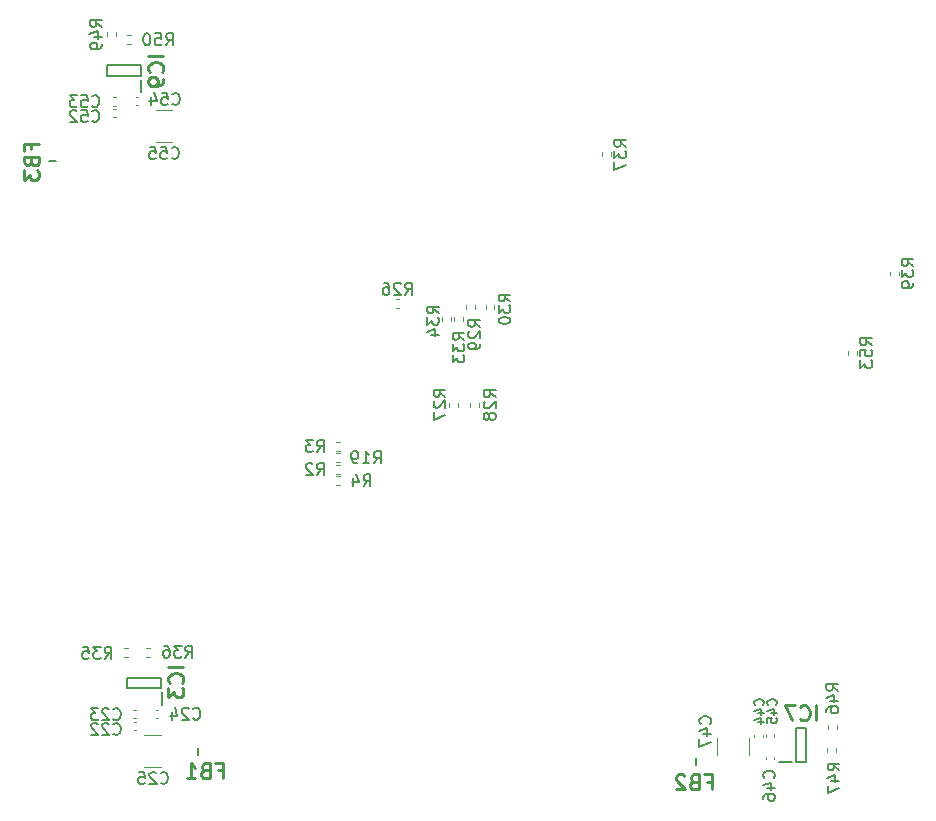
<source format=gbo>
%TF.GenerationSoftware,KiCad,Pcbnew,7.0.5*%
%TF.CreationDate,2023-07-29T13:43:45+03:00*%
%TF.ProjectId,cf33_dock,63663333-5f64-46f6-936b-2e6b69636164,rev?*%
%TF.SameCoordinates,Original*%
%TF.FileFunction,Legend,Bot*%
%TF.FilePolarity,Positive*%
%FSLAX46Y46*%
G04 Gerber Fmt 4.6, Leading zero omitted, Abs format (unit mm)*
G04 Created by KiCad (PCBNEW 7.0.5) date 2023-07-29 13:43:45*
%MOMM*%
%LPD*%
G01*
G04 APERTURE LIST*
%ADD10C,0.254000*%
%ADD11C,0.150000*%
%ADD12C,0.200000*%
%ADD13C,0.120000*%
G04 APERTURE END LIST*
D10*
X286288696Y-209629056D02*
X286288696Y-208359056D01*
X284958219Y-209508103D02*
X285018695Y-209568580D01*
X285018695Y-209568580D02*
X285200124Y-209629056D01*
X285200124Y-209629056D02*
X285321076Y-209629056D01*
X285321076Y-209629056D02*
X285502505Y-209568580D01*
X285502505Y-209568580D02*
X285623457Y-209447627D01*
X285623457Y-209447627D02*
X285683934Y-209326675D01*
X285683934Y-209326675D02*
X285744410Y-209084770D01*
X285744410Y-209084770D02*
X285744410Y-208903341D01*
X285744410Y-208903341D02*
X285683934Y-208661437D01*
X285683934Y-208661437D02*
X285623457Y-208540484D01*
X285623457Y-208540484D02*
X285502505Y-208419532D01*
X285502505Y-208419532D02*
X285321076Y-208359056D01*
X285321076Y-208359056D02*
X285200124Y-208359056D01*
X285200124Y-208359056D02*
X285018695Y-208419532D01*
X285018695Y-208419532D02*
X284958219Y-208480008D01*
X284534886Y-208359056D02*
X283688219Y-208359056D01*
X283688219Y-208359056D02*
X284232505Y-209629056D01*
D11*
X248841791Y-187859557D02*
X249175124Y-187383366D01*
X249413219Y-187859557D02*
X249413219Y-186859557D01*
X249413219Y-186859557D02*
X249032267Y-186859557D01*
X249032267Y-186859557D02*
X248937029Y-186907176D01*
X248937029Y-186907176D02*
X248889410Y-186954795D01*
X248889410Y-186954795D02*
X248841791Y-187050033D01*
X248841791Y-187050033D02*
X248841791Y-187192890D01*
X248841791Y-187192890D02*
X248889410Y-187288128D01*
X248889410Y-187288128D02*
X248937029Y-187335747D01*
X248937029Y-187335747D02*
X249032267Y-187383366D01*
X249032267Y-187383366D02*
X249413219Y-187383366D01*
X247889410Y-187859557D02*
X248460838Y-187859557D01*
X248175124Y-187859557D02*
X248175124Y-186859557D01*
X248175124Y-186859557D02*
X248270362Y-187002414D01*
X248270362Y-187002414D02*
X248365600Y-187097652D01*
X248365600Y-187097652D02*
X248460838Y-187145271D01*
X247413219Y-187859557D02*
X247222743Y-187859557D01*
X247222743Y-187859557D02*
X247127505Y-187811938D01*
X247127505Y-187811938D02*
X247079886Y-187764318D01*
X247079886Y-187764318D02*
X246984648Y-187621461D01*
X246984648Y-187621461D02*
X246937029Y-187430985D01*
X246937029Y-187430985D02*
X246937029Y-187050033D01*
X246937029Y-187050033D02*
X246984648Y-186954795D01*
X246984648Y-186954795D02*
X247032267Y-186907176D01*
X247032267Y-186907176D02*
X247127505Y-186859557D01*
X247127505Y-186859557D02*
X247317981Y-186859557D01*
X247317981Y-186859557D02*
X247413219Y-186907176D01*
X247413219Y-186907176D02*
X247460838Y-186954795D01*
X247460838Y-186954795D02*
X247508457Y-187050033D01*
X247508457Y-187050033D02*
X247508457Y-187288128D01*
X247508457Y-187288128D02*
X247460838Y-187383366D01*
X247460838Y-187383366D02*
X247413219Y-187430985D01*
X247413219Y-187430985D02*
X247317981Y-187478604D01*
X247317981Y-187478604D02*
X247127505Y-187478604D01*
X247127505Y-187478604D02*
X247032267Y-187430985D01*
X247032267Y-187430985D02*
X246984648Y-187383366D01*
X246984648Y-187383366D02*
X246937029Y-187288128D01*
X251488111Y-173584811D02*
X251821444Y-173108620D01*
X252059539Y-173584811D02*
X252059539Y-172584811D01*
X252059539Y-172584811D02*
X251678587Y-172584811D01*
X251678587Y-172584811D02*
X251583349Y-172632430D01*
X251583349Y-172632430D02*
X251535730Y-172680049D01*
X251535730Y-172680049D02*
X251488111Y-172775287D01*
X251488111Y-172775287D02*
X251488111Y-172918144D01*
X251488111Y-172918144D02*
X251535730Y-173013382D01*
X251535730Y-173013382D02*
X251583349Y-173061001D01*
X251583349Y-173061001D02*
X251678587Y-173108620D01*
X251678587Y-173108620D02*
X252059539Y-173108620D01*
X251107158Y-172680049D02*
X251059539Y-172632430D01*
X251059539Y-172632430D02*
X250964301Y-172584811D01*
X250964301Y-172584811D02*
X250726206Y-172584811D01*
X250726206Y-172584811D02*
X250630968Y-172632430D01*
X250630968Y-172632430D02*
X250583349Y-172680049D01*
X250583349Y-172680049D02*
X250535730Y-172775287D01*
X250535730Y-172775287D02*
X250535730Y-172870525D01*
X250535730Y-172870525D02*
X250583349Y-173013382D01*
X250583349Y-173013382D02*
X251154777Y-173584811D01*
X251154777Y-173584811D02*
X250535730Y-173584811D01*
X249678587Y-172584811D02*
X249869063Y-172584811D01*
X249869063Y-172584811D02*
X249964301Y-172632430D01*
X249964301Y-172632430D02*
X250011920Y-172680049D01*
X250011920Y-172680049D02*
X250107158Y-172822906D01*
X250107158Y-172822906D02*
X250154777Y-173013382D01*
X250154777Y-173013382D02*
X250154777Y-173394334D01*
X250154777Y-173394334D02*
X250107158Y-173489572D01*
X250107158Y-173489572D02*
X250059539Y-173537192D01*
X250059539Y-173537192D02*
X249964301Y-173584811D01*
X249964301Y-173584811D02*
X249773825Y-173584811D01*
X249773825Y-173584811D02*
X249678587Y-173537192D01*
X249678587Y-173537192D02*
X249630968Y-173489572D01*
X249630968Y-173489572D02*
X249583349Y-173394334D01*
X249583349Y-173394334D02*
X249583349Y-173156239D01*
X249583349Y-173156239D02*
X249630968Y-173061001D01*
X249630968Y-173061001D02*
X249678587Y-173013382D01*
X249678587Y-173013382D02*
X249773825Y-172965763D01*
X249773825Y-172965763D02*
X249964301Y-172965763D01*
X249964301Y-172965763D02*
X250059539Y-173013382D01*
X250059539Y-173013382D02*
X250107158Y-173061001D01*
X250107158Y-173061001D02*
X250154777Y-173156239D01*
X244015600Y-188859557D02*
X244348933Y-188383366D01*
X244587028Y-188859557D02*
X244587028Y-187859557D01*
X244587028Y-187859557D02*
X244206076Y-187859557D01*
X244206076Y-187859557D02*
X244110838Y-187907176D01*
X244110838Y-187907176D02*
X244063219Y-187954795D01*
X244063219Y-187954795D02*
X244015600Y-188050033D01*
X244015600Y-188050033D02*
X244015600Y-188192890D01*
X244015600Y-188192890D02*
X244063219Y-188288128D01*
X244063219Y-188288128D02*
X244110838Y-188335747D01*
X244110838Y-188335747D02*
X244206076Y-188383366D01*
X244206076Y-188383366D02*
X244587028Y-188383366D01*
X243634647Y-187954795D02*
X243587028Y-187907176D01*
X243587028Y-187907176D02*
X243491790Y-187859557D01*
X243491790Y-187859557D02*
X243253695Y-187859557D01*
X243253695Y-187859557D02*
X243158457Y-187907176D01*
X243158457Y-187907176D02*
X243110838Y-187954795D01*
X243110838Y-187954795D02*
X243063219Y-188050033D01*
X243063219Y-188050033D02*
X243063219Y-188145271D01*
X243063219Y-188145271D02*
X243110838Y-188288128D01*
X243110838Y-188288128D02*
X243682266Y-188859557D01*
X243682266Y-188859557D02*
X243063219Y-188859557D01*
X247965600Y-189809557D02*
X248298933Y-189333366D01*
X248537028Y-189809557D02*
X248537028Y-188809557D01*
X248537028Y-188809557D02*
X248156076Y-188809557D01*
X248156076Y-188809557D02*
X248060838Y-188857176D01*
X248060838Y-188857176D02*
X248013219Y-188904795D01*
X248013219Y-188904795D02*
X247965600Y-189000033D01*
X247965600Y-189000033D02*
X247965600Y-189142890D01*
X247965600Y-189142890D02*
X248013219Y-189238128D01*
X248013219Y-189238128D02*
X248060838Y-189285747D01*
X248060838Y-189285747D02*
X248156076Y-189333366D01*
X248156076Y-189333366D02*
X248537028Y-189333366D01*
X247108457Y-189142890D02*
X247108457Y-189809557D01*
X247346552Y-188761938D02*
X247584647Y-189476223D01*
X247584647Y-189476223D02*
X246965600Y-189476223D01*
X226791791Y-210764318D02*
X226839410Y-210811938D01*
X226839410Y-210811938D02*
X226982267Y-210859557D01*
X226982267Y-210859557D02*
X227077505Y-210859557D01*
X227077505Y-210859557D02*
X227220362Y-210811938D01*
X227220362Y-210811938D02*
X227315600Y-210716699D01*
X227315600Y-210716699D02*
X227363219Y-210621461D01*
X227363219Y-210621461D02*
X227410838Y-210430985D01*
X227410838Y-210430985D02*
X227410838Y-210288128D01*
X227410838Y-210288128D02*
X227363219Y-210097652D01*
X227363219Y-210097652D02*
X227315600Y-210002414D01*
X227315600Y-210002414D02*
X227220362Y-209907176D01*
X227220362Y-209907176D02*
X227077505Y-209859557D01*
X227077505Y-209859557D02*
X226982267Y-209859557D01*
X226982267Y-209859557D02*
X226839410Y-209907176D01*
X226839410Y-209907176D02*
X226791791Y-209954795D01*
X226410838Y-209954795D02*
X226363219Y-209907176D01*
X226363219Y-209907176D02*
X226267981Y-209859557D01*
X226267981Y-209859557D02*
X226029886Y-209859557D01*
X226029886Y-209859557D02*
X225934648Y-209907176D01*
X225934648Y-209907176D02*
X225887029Y-209954795D01*
X225887029Y-209954795D02*
X225839410Y-210050033D01*
X225839410Y-210050033D02*
X225839410Y-210145271D01*
X225839410Y-210145271D02*
X225887029Y-210288128D01*
X225887029Y-210288128D02*
X226458457Y-210859557D01*
X226458457Y-210859557D02*
X225839410Y-210859557D01*
X225458457Y-209954795D02*
X225410838Y-209907176D01*
X225410838Y-209907176D02*
X225315600Y-209859557D01*
X225315600Y-209859557D02*
X225077505Y-209859557D01*
X225077505Y-209859557D02*
X224982267Y-209907176D01*
X224982267Y-209907176D02*
X224934648Y-209954795D01*
X224934648Y-209954795D02*
X224887029Y-210050033D01*
X224887029Y-210050033D02*
X224887029Y-210145271D01*
X224887029Y-210145271D02*
X224934648Y-210288128D01*
X224934648Y-210288128D02*
X225506076Y-210859557D01*
X225506076Y-210859557D02*
X224887029Y-210859557D01*
X226791791Y-209514318D02*
X226839410Y-209561938D01*
X226839410Y-209561938D02*
X226982267Y-209609557D01*
X226982267Y-209609557D02*
X227077505Y-209609557D01*
X227077505Y-209609557D02*
X227220362Y-209561938D01*
X227220362Y-209561938D02*
X227315600Y-209466699D01*
X227315600Y-209466699D02*
X227363219Y-209371461D01*
X227363219Y-209371461D02*
X227410838Y-209180985D01*
X227410838Y-209180985D02*
X227410838Y-209038128D01*
X227410838Y-209038128D02*
X227363219Y-208847652D01*
X227363219Y-208847652D02*
X227315600Y-208752414D01*
X227315600Y-208752414D02*
X227220362Y-208657176D01*
X227220362Y-208657176D02*
X227077505Y-208609557D01*
X227077505Y-208609557D02*
X226982267Y-208609557D01*
X226982267Y-208609557D02*
X226839410Y-208657176D01*
X226839410Y-208657176D02*
X226791791Y-208704795D01*
X226410838Y-208704795D02*
X226363219Y-208657176D01*
X226363219Y-208657176D02*
X226267981Y-208609557D01*
X226267981Y-208609557D02*
X226029886Y-208609557D01*
X226029886Y-208609557D02*
X225934648Y-208657176D01*
X225934648Y-208657176D02*
X225887029Y-208704795D01*
X225887029Y-208704795D02*
X225839410Y-208800033D01*
X225839410Y-208800033D02*
X225839410Y-208895271D01*
X225839410Y-208895271D02*
X225887029Y-209038128D01*
X225887029Y-209038128D02*
X226458457Y-209609557D01*
X226458457Y-209609557D02*
X225839410Y-209609557D01*
X225506076Y-208609557D02*
X224887029Y-208609557D01*
X224887029Y-208609557D02*
X225220362Y-208990509D01*
X225220362Y-208990509D02*
X225077505Y-208990509D01*
X225077505Y-208990509D02*
X224982267Y-209038128D01*
X224982267Y-209038128D02*
X224934648Y-209085747D01*
X224934648Y-209085747D02*
X224887029Y-209180985D01*
X224887029Y-209180985D02*
X224887029Y-209419080D01*
X224887029Y-209419080D02*
X224934648Y-209514318D01*
X224934648Y-209514318D02*
X224982267Y-209561938D01*
X224982267Y-209561938D02*
X225077505Y-209609557D01*
X225077505Y-209609557D02*
X225363219Y-209609557D01*
X225363219Y-209609557D02*
X225458457Y-209561938D01*
X225458457Y-209561938D02*
X225506076Y-209514318D01*
X259153753Y-182261880D02*
X258677562Y-181928547D01*
X259153753Y-181690452D02*
X258153753Y-181690452D01*
X258153753Y-181690452D02*
X258153753Y-182071404D01*
X258153753Y-182071404D02*
X258201372Y-182166642D01*
X258201372Y-182166642D02*
X258248991Y-182214261D01*
X258248991Y-182214261D02*
X258344229Y-182261880D01*
X258344229Y-182261880D02*
X258487086Y-182261880D01*
X258487086Y-182261880D02*
X258582324Y-182214261D01*
X258582324Y-182214261D02*
X258629943Y-182166642D01*
X258629943Y-182166642D02*
X258677562Y-182071404D01*
X258677562Y-182071404D02*
X258677562Y-181690452D01*
X258248991Y-182642833D02*
X258201372Y-182690452D01*
X258201372Y-182690452D02*
X258153753Y-182785690D01*
X258153753Y-182785690D02*
X258153753Y-183023785D01*
X258153753Y-183023785D02*
X258201372Y-183119023D01*
X258201372Y-183119023D02*
X258248991Y-183166642D01*
X258248991Y-183166642D02*
X258344229Y-183214261D01*
X258344229Y-183214261D02*
X258439467Y-183214261D01*
X258439467Y-183214261D02*
X258582324Y-183166642D01*
X258582324Y-183166642D02*
X259153753Y-182595214D01*
X259153753Y-182595214D02*
X259153753Y-183214261D01*
X258582324Y-183785690D02*
X258534705Y-183690452D01*
X258534705Y-183690452D02*
X258487086Y-183642833D01*
X258487086Y-183642833D02*
X258391848Y-183595214D01*
X258391848Y-183595214D02*
X258344229Y-183595214D01*
X258344229Y-183595214D02*
X258248991Y-183642833D01*
X258248991Y-183642833D02*
X258201372Y-183690452D01*
X258201372Y-183690452D02*
X258153753Y-183785690D01*
X258153753Y-183785690D02*
X258153753Y-183976166D01*
X258153753Y-183976166D02*
X258201372Y-184071404D01*
X258201372Y-184071404D02*
X258248991Y-184119023D01*
X258248991Y-184119023D02*
X258344229Y-184166642D01*
X258344229Y-184166642D02*
X258391848Y-184166642D01*
X258391848Y-184166642D02*
X258487086Y-184119023D01*
X258487086Y-184119023D02*
X258534705Y-184071404D01*
X258534705Y-184071404D02*
X258582324Y-183976166D01*
X258582324Y-183976166D02*
X258582324Y-183785690D01*
X258582324Y-183785690D02*
X258629943Y-183690452D01*
X258629943Y-183690452D02*
X258677562Y-183642833D01*
X258677562Y-183642833D02*
X258772800Y-183595214D01*
X258772800Y-183595214D02*
X258963276Y-183595214D01*
X258963276Y-183595214D02*
X259058514Y-183642833D01*
X259058514Y-183642833D02*
X259106134Y-183690452D01*
X259106134Y-183690452D02*
X259153753Y-183785690D01*
X259153753Y-183785690D02*
X259153753Y-183976166D01*
X259153753Y-183976166D02*
X259106134Y-184071404D01*
X259106134Y-184071404D02*
X259058514Y-184119023D01*
X259058514Y-184119023D02*
X258963276Y-184166642D01*
X258963276Y-184166642D02*
X258772800Y-184166642D01*
X258772800Y-184166642D02*
X258677562Y-184119023D01*
X258677562Y-184119023D02*
X258629943Y-184071404D01*
X258629943Y-184071404D02*
X258582324Y-183976166D01*
X288153753Y-207111880D02*
X287677562Y-206778547D01*
X288153753Y-206540452D02*
X287153753Y-206540452D01*
X287153753Y-206540452D02*
X287153753Y-206921404D01*
X287153753Y-206921404D02*
X287201372Y-207016642D01*
X287201372Y-207016642D02*
X287248991Y-207064261D01*
X287248991Y-207064261D02*
X287344229Y-207111880D01*
X287344229Y-207111880D02*
X287487086Y-207111880D01*
X287487086Y-207111880D02*
X287582324Y-207064261D01*
X287582324Y-207064261D02*
X287629943Y-207016642D01*
X287629943Y-207016642D02*
X287677562Y-206921404D01*
X287677562Y-206921404D02*
X287677562Y-206540452D01*
X287487086Y-207969023D02*
X288153753Y-207969023D01*
X287106134Y-207730928D02*
X287820419Y-207492833D01*
X287820419Y-207492833D02*
X287820419Y-208111880D01*
X287153753Y-208921404D02*
X287153753Y-208730928D01*
X287153753Y-208730928D02*
X287201372Y-208635690D01*
X287201372Y-208635690D02*
X287248991Y-208588071D01*
X287248991Y-208588071D02*
X287391848Y-208492833D01*
X287391848Y-208492833D02*
X287582324Y-208445214D01*
X287582324Y-208445214D02*
X287963276Y-208445214D01*
X287963276Y-208445214D02*
X288058514Y-208492833D01*
X288058514Y-208492833D02*
X288106134Y-208540452D01*
X288106134Y-208540452D02*
X288153753Y-208635690D01*
X288153753Y-208635690D02*
X288153753Y-208826166D01*
X288153753Y-208826166D02*
X288106134Y-208921404D01*
X288106134Y-208921404D02*
X288058514Y-208969023D01*
X288058514Y-208969023D02*
X287963276Y-209016642D01*
X287963276Y-209016642D02*
X287725181Y-209016642D01*
X287725181Y-209016642D02*
X287629943Y-208969023D01*
X287629943Y-208969023D02*
X287582324Y-208921404D01*
X287582324Y-208921404D02*
X287534705Y-208826166D01*
X287534705Y-208826166D02*
X287534705Y-208635690D01*
X287534705Y-208635690D02*
X287582324Y-208540452D01*
X287582324Y-208540452D02*
X287629943Y-208492833D01*
X287629943Y-208492833D02*
X287725181Y-208445214D01*
X288253753Y-213861880D02*
X287777562Y-213528547D01*
X288253753Y-213290452D02*
X287253753Y-213290452D01*
X287253753Y-213290452D02*
X287253753Y-213671404D01*
X287253753Y-213671404D02*
X287301372Y-213766642D01*
X287301372Y-213766642D02*
X287348991Y-213814261D01*
X287348991Y-213814261D02*
X287444229Y-213861880D01*
X287444229Y-213861880D02*
X287587086Y-213861880D01*
X287587086Y-213861880D02*
X287682324Y-213814261D01*
X287682324Y-213814261D02*
X287729943Y-213766642D01*
X287729943Y-213766642D02*
X287777562Y-213671404D01*
X287777562Y-213671404D02*
X287777562Y-213290452D01*
X287587086Y-214719023D02*
X288253753Y-214719023D01*
X287206134Y-214480928D02*
X287920419Y-214242833D01*
X287920419Y-214242833D02*
X287920419Y-214861880D01*
X287253753Y-215147595D02*
X287253753Y-215814261D01*
X287253753Y-215814261D02*
X288253753Y-215385690D01*
X231241791Y-152459557D02*
X231575124Y-151983366D01*
X231813219Y-152459557D02*
X231813219Y-151459557D01*
X231813219Y-151459557D02*
X231432267Y-151459557D01*
X231432267Y-151459557D02*
X231337029Y-151507176D01*
X231337029Y-151507176D02*
X231289410Y-151554795D01*
X231289410Y-151554795D02*
X231241791Y-151650033D01*
X231241791Y-151650033D02*
X231241791Y-151792890D01*
X231241791Y-151792890D02*
X231289410Y-151888128D01*
X231289410Y-151888128D02*
X231337029Y-151935747D01*
X231337029Y-151935747D02*
X231432267Y-151983366D01*
X231432267Y-151983366D02*
X231813219Y-151983366D01*
X230337029Y-151459557D02*
X230813219Y-151459557D01*
X230813219Y-151459557D02*
X230860838Y-151935747D01*
X230860838Y-151935747D02*
X230813219Y-151888128D01*
X230813219Y-151888128D02*
X230717981Y-151840509D01*
X230717981Y-151840509D02*
X230479886Y-151840509D01*
X230479886Y-151840509D02*
X230384648Y-151888128D01*
X230384648Y-151888128D02*
X230337029Y-151935747D01*
X230337029Y-151935747D02*
X230289410Y-152030985D01*
X230289410Y-152030985D02*
X230289410Y-152269080D01*
X230289410Y-152269080D02*
X230337029Y-152364318D01*
X230337029Y-152364318D02*
X230384648Y-152411938D01*
X230384648Y-152411938D02*
X230479886Y-152459557D01*
X230479886Y-152459557D02*
X230717981Y-152459557D01*
X230717981Y-152459557D02*
X230813219Y-152411938D01*
X230813219Y-152411938D02*
X230860838Y-152364318D01*
X229670362Y-151459557D02*
X229575124Y-151459557D01*
X229575124Y-151459557D02*
X229479886Y-151507176D01*
X229479886Y-151507176D02*
X229432267Y-151554795D01*
X229432267Y-151554795D02*
X229384648Y-151650033D01*
X229384648Y-151650033D02*
X229337029Y-151840509D01*
X229337029Y-151840509D02*
X229337029Y-152078604D01*
X229337029Y-152078604D02*
X229384648Y-152269080D01*
X229384648Y-152269080D02*
X229432267Y-152364318D01*
X229432267Y-152364318D02*
X229479886Y-152411938D01*
X229479886Y-152411938D02*
X229575124Y-152459557D01*
X229575124Y-152459557D02*
X229670362Y-152459557D01*
X229670362Y-152459557D02*
X229765600Y-152411938D01*
X229765600Y-152411938D02*
X229813219Y-152364318D01*
X229813219Y-152364318D02*
X229860838Y-152269080D01*
X229860838Y-152269080D02*
X229908457Y-152078604D01*
X229908457Y-152078604D02*
X229908457Y-151840509D01*
X229908457Y-151840509D02*
X229860838Y-151650033D01*
X229860838Y-151650033D02*
X229813219Y-151554795D01*
X229813219Y-151554795D02*
X229765600Y-151507176D01*
X229765600Y-151507176D02*
X229670362Y-151459557D01*
X225803753Y-150911880D02*
X225327562Y-150578547D01*
X225803753Y-150340452D02*
X224803753Y-150340452D01*
X224803753Y-150340452D02*
X224803753Y-150721404D01*
X224803753Y-150721404D02*
X224851372Y-150816642D01*
X224851372Y-150816642D02*
X224898991Y-150864261D01*
X224898991Y-150864261D02*
X224994229Y-150911880D01*
X224994229Y-150911880D02*
X225137086Y-150911880D01*
X225137086Y-150911880D02*
X225232324Y-150864261D01*
X225232324Y-150864261D02*
X225279943Y-150816642D01*
X225279943Y-150816642D02*
X225327562Y-150721404D01*
X225327562Y-150721404D02*
X225327562Y-150340452D01*
X225137086Y-151769023D02*
X225803753Y-151769023D01*
X224756134Y-151530928D02*
X225470419Y-151292833D01*
X225470419Y-151292833D02*
X225470419Y-151911880D01*
X225803753Y-152340452D02*
X225803753Y-152530928D01*
X225803753Y-152530928D02*
X225756134Y-152626166D01*
X225756134Y-152626166D02*
X225708514Y-152673785D01*
X225708514Y-152673785D02*
X225565657Y-152769023D01*
X225565657Y-152769023D02*
X225375181Y-152816642D01*
X225375181Y-152816642D02*
X224994229Y-152816642D01*
X224994229Y-152816642D02*
X224898991Y-152769023D01*
X224898991Y-152769023D02*
X224851372Y-152721404D01*
X224851372Y-152721404D02*
X224803753Y-152626166D01*
X224803753Y-152626166D02*
X224803753Y-152435690D01*
X224803753Y-152435690D02*
X224851372Y-152340452D01*
X224851372Y-152340452D02*
X224898991Y-152292833D01*
X224898991Y-152292833D02*
X224994229Y-152245214D01*
X224994229Y-152245214D02*
X225232324Y-152245214D01*
X225232324Y-152245214D02*
X225327562Y-152292833D01*
X225327562Y-152292833D02*
X225375181Y-152340452D01*
X225375181Y-152340452D02*
X225422800Y-152435690D01*
X225422800Y-152435690D02*
X225422800Y-152626166D01*
X225422800Y-152626166D02*
X225375181Y-152721404D01*
X225375181Y-152721404D02*
X225327562Y-152769023D01*
X225327562Y-152769023D02*
X225232324Y-152816642D01*
X232891791Y-204309557D02*
X233225124Y-203833366D01*
X233463219Y-204309557D02*
X233463219Y-203309557D01*
X233463219Y-203309557D02*
X233082267Y-203309557D01*
X233082267Y-203309557D02*
X232987029Y-203357176D01*
X232987029Y-203357176D02*
X232939410Y-203404795D01*
X232939410Y-203404795D02*
X232891791Y-203500033D01*
X232891791Y-203500033D02*
X232891791Y-203642890D01*
X232891791Y-203642890D02*
X232939410Y-203738128D01*
X232939410Y-203738128D02*
X232987029Y-203785747D01*
X232987029Y-203785747D02*
X233082267Y-203833366D01*
X233082267Y-203833366D02*
X233463219Y-203833366D01*
X232558457Y-203309557D02*
X231939410Y-203309557D01*
X231939410Y-203309557D02*
X232272743Y-203690509D01*
X232272743Y-203690509D02*
X232129886Y-203690509D01*
X232129886Y-203690509D02*
X232034648Y-203738128D01*
X232034648Y-203738128D02*
X231987029Y-203785747D01*
X231987029Y-203785747D02*
X231939410Y-203880985D01*
X231939410Y-203880985D02*
X231939410Y-204119080D01*
X231939410Y-204119080D02*
X231987029Y-204214318D01*
X231987029Y-204214318D02*
X232034648Y-204261938D01*
X232034648Y-204261938D02*
X232129886Y-204309557D01*
X232129886Y-204309557D02*
X232415600Y-204309557D01*
X232415600Y-204309557D02*
X232510838Y-204261938D01*
X232510838Y-204261938D02*
X232558457Y-204214318D01*
X231082267Y-203309557D02*
X231272743Y-203309557D01*
X231272743Y-203309557D02*
X231367981Y-203357176D01*
X231367981Y-203357176D02*
X231415600Y-203404795D01*
X231415600Y-203404795D02*
X231510838Y-203547652D01*
X231510838Y-203547652D02*
X231558457Y-203738128D01*
X231558457Y-203738128D02*
X231558457Y-204119080D01*
X231558457Y-204119080D02*
X231510838Y-204214318D01*
X231510838Y-204214318D02*
X231463219Y-204261938D01*
X231463219Y-204261938D02*
X231367981Y-204309557D01*
X231367981Y-204309557D02*
X231177505Y-204309557D01*
X231177505Y-204309557D02*
X231082267Y-204261938D01*
X231082267Y-204261938D02*
X231034648Y-204214318D01*
X231034648Y-204214318D02*
X230987029Y-204119080D01*
X230987029Y-204119080D02*
X230987029Y-203880985D01*
X230987029Y-203880985D02*
X231034648Y-203785747D01*
X231034648Y-203785747D02*
X231082267Y-203738128D01*
X231082267Y-203738128D02*
X231177505Y-203690509D01*
X231177505Y-203690509D02*
X231367981Y-203690509D01*
X231367981Y-203690509D02*
X231463219Y-203738128D01*
X231463219Y-203738128D02*
X231510838Y-203785747D01*
X231510838Y-203785747D02*
X231558457Y-203880985D01*
X256503753Y-177411880D02*
X256027562Y-177078547D01*
X256503753Y-176840452D02*
X255503753Y-176840452D01*
X255503753Y-176840452D02*
X255503753Y-177221404D01*
X255503753Y-177221404D02*
X255551372Y-177316642D01*
X255551372Y-177316642D02*
X255598991Y-177364261D01*
X255598991Y-177364261D02*
X255694229Y-177411880D01*
X255694229Y-177411880D02*
X255837086Y-177411880D01*
X255837086Y-177411880D02*
X255932324Y-177364261D01*
X255932324Y-177364261D02*
X255979943Y-177316642D01*
X255979943Y-177316642D02*
X256027562Y-177221404D01*
X256027562Y-177221404D02*
X256027562Y-176840452D01*
X255503753Y-177745214D02*
X255503753Y-178364261D01*
X255503753Y-178364261D02*
X255884705Y-178030928D01*
X255884705Y-178030928D02*
X255884705Y-178173785D01*
X255884705Y-178173785D02*
X255932324Y-178269023D01*
X255932324Y-178269023D02*
X255979943Y-178316642D01*
X255979943Y-178316642D02*
X256075181Y-178364261D01*
X256075181Y-178364261D02*
X256313276Y-178364261D01*
X256313276Y-178364261D02*
X256408514Y-178316642D01*
X256408514Y-178316642D02*
X256456134Y-178269023D01*
X256456134Y-178269023D02*
X256503753Y-178173785D01*
X256503753Y-178173785D02*
X256503753Y-177888071D01*
X256503753Y-177888071D02*
X256456134Y-177792833D01*
X256456134Y-177792833D02*
X256408514Y-177745214D01*
X255503753Y-178697595D02*
X255503753Y-179316642D01*
X255503753Y-179316642D02*
X255884705Y-178983309D01*
X255884705Y-178983309D02*
X255884705Y-179126166D01*
X255884705Y-179126166D02*
X255932324Y-179221404D01*
X255932324Y-179221404D02*
X255979943Y-179269023D01*
X255979943Y-179269023D02*
X256075181Y-179316642D01*
X256075181Y-179316642D02*
X256313276Y-179316642D01*
X256313276Y-179316642D02*
X256408514Y-179269023D01*
X256408514Y-179269023D02*
X256456134Y-179221404D01*
X256456134Y-179221404D02*
X256503753Y-179126166D01*
X256503753Y-179126166D02*
X256503753Y-178840452D01*
X256503753Y-178840452D02*
X256456134Y-178745214D01*
X256456134Y-178745214D02*
X256408514Y-178697595D01*
X231711791Y-161984318D02*
X231759410Y-162031938D01*
X231759410Y-162031938D02*
X231902267Y-162079557D01*
X231902267Y-162079557D02*
X231997505Y-162079557D01*
X231997505Y-162079557D02*
X232140362Y-162031938D01*
X232140362Y-162031938D02*
X232235600Y-161936699D01*
X232235600Y-161936699D02*
X232283219Y-161841461D01*
X232283219Y-161841461D02*
X232330838Y-161650985D01*
X232330838Y-161650985D02*
X232330838Y-161508128D01*
X232330838Y-161508128D02*
X232283219Y-161317652D01*
X232283219Y-161317652D02*
X232235600Y-161222414D01*
X232235600Y-161222414D02*
X232140362Y-161127176D01*
X232140362Y-161127176D02*
X231997505Y-161079557D01*
X231997505Y-161079557D02*
X231902267Y-161079557D01*
X231902267Y-161079557D02*
X231759410Y-161127176D01*
X231759410Y-161127176D02*
X231711791Y-161174795D01*
X230807029Y-161079557D02*
X231283219Y-161079557D01*
X231283219Y-161079557D02*
X231330838Y-161555747D01*
X231330838Y-161555747D02*
X231283219Y-161508128D01*
X231283219Y-161508128D02*
X231187981Y-161460509D01*
X231187981Y-161460509D02*
X230949886Y-161460509D01*
X230949886Y-161460509D02*
X230854648Y-161508128D01*
X230854648Y-161508128D02*
X230807029Y-161555747D01*
X230807029Y-161555747D02*
X230759410Y-161650985D01*
X230759410Y-161650985D02*
X230759410Y-161889080D01*
X230759410Y-161889080D02*
X230807029Y-161984318D01*
X230807029Y-161984318D02*
X230854648Y-162031938D01*
X230854648Y-162031938D02*
X230949886Y-162079557D01*
X230949886Y-162079557D02*
X231187981Y-162079557D01*
X231187981Y-162079557D02*
X231283219Y-162031938D01*
X231283219Y-162031938D02*
X231330838Y-161984318D01*
X229854648Y-161079557D02*
X230330838Y-161079557D01*
X230330838Y-161079557D02*
X230378457Y-161555747D01*
X230378457Y-161555747D02*
X230330838Y-161508128D01*
X230330838Y-161508128D02*
X230235600Y-161460509D01*
X230235600Y-161460509D02*
X229997505Y-161460509D01*
X229997505Y-161460509D02*
X229902267Y-161508128D01*
X229902267Y-161508128D02*
X229854648Y-161555747D01*
X229854648Y-161555747D02*
X229807029Y-161650985D01*
X229807029Y-161650985D02*
X229807029Y-161889080D01*
X229807029Y-161889080D02*
X229854648Y-161984318D01*
X229854648Y-161984318D02*
X229902267Y-162031938D01*
X229902267Y-162031938D02*
X229997505Y-162079557D01*
X229997505Y-162079557D02*
X230235600Y-162079557D01*
X230235600Y-162079557D02*
X230330838Y-162031938D01*
X230330838Y-162031938D02*
X230378457Y-161984318D01*
X254353753Y-175165521D02*
X253877562Y-174832188D01*
X254353753Y-174594093D02*
X253353753Y-174594093D01*
X253353753Y-174594093D02*
X253353753Y-174975045D01*
X253353753Y-174975045D02*
X253401372Y-175070283D01*
X253401372Y-175070283D02*
X253448991Y-175117902D01*
X253448991Y-175117902D02*
X253544229Y-175165521D01*
X253544229Y-175165521D02*
X253687086Y-175165521D01*
X253687086Y-175165521D02*
X253782324Y-175117902D01*
X253782324Y-175117902D02*
X253829943Y-175070283D01*
X253829943Y-175070283D02*
X253877562Y-174975045D01*
X253877562Y-174975045D02*
X253877562Y-174594093D01*
X253353753Y-175498855D02*
X253353753Y-176117902D01*
X253353753Y-176117902D02*
X253734705Y-175784569D01*
X253734705Y-175784569D02*
X253734705Y-175927426D01*
X253734705Y-175927426D02*
X253782324Y-176022664D01*
X253782324Y-176022664D02*
X253829943Y-176070283D01*
X253829943Y-176070283D02*
X253925181Y-176117902D01*
X253925181Y-176117902D02*
X254163276Y-176117902D01*
X254163276Y-176117902D02*
X254258514Y-176070283D01*
X254258514Y-176070283D02*
X254306134Y-176022664D01*
X254306134Y-176022664D02*
X254353753Y-175927426D01*
X254353753Y-175927426D02*
X254353753Y-175641712D01*
X254353753Y-175641712D02*
X254306134Y-175546474D01*
X254306134Y-175546474D02*
X254258514Y-175498855D01*
X253687086Y-176975045D02*
X254353753Y-176975045D01*
X253306134Y-176736950D02*
X254020419Y-176498855D01*
X254020419Y-176498855D02*
X254020419Y-177117902D01*
X282885038Y-208340452D02*
X282923134Y-208302356D01*
X282923134Y-208302356D02*
X282961229Y-208188071D01*
X282961229Y-208188071D02*
X282961229Y-208111880D01*
X282961229Y-208111880D02*
X282923134Y-207997594D01*
X282923134Y-207997594D02*
X282846943Y-207921404D01*
X282846943Y-207921404D02*
X282770753Y-207883309D01*
X282770753Y-207883309D02*
X282618372Y-207845213D01*
X282618372Y-207845213D02*
X282504086Y-207845213D01*
X282504086Y-207845213D02*
X282351705Y-207883309D01*
X282351705Y-207883309D02*
X282275514Y-207921404D01*
X282275514Y-207921404D02*
X282199324Y-207997594D01*
X282199324Y-207997594D02*
X282161229Y-208111880D01*
X282161229Y-208111880D02*
X282161229Y-208188071D01*
X282161229Y-208188071D02*
X282199324Y-208302356D01*
X282199324Y-208302356D02*
X282237419Y-208340452D01*
X282427895Y-209026166D02*
X282961229Y-209026166D01*
X282123134Y-208835690D02*
X282694562Y-208645213D01*
X282694562Y-208645213D02*
X282694562Y-209140452D01*
X282161229Y-209826166D02*
X282161229Y-209445214D01*
X282161229Y-209445214D02*
X282542181Y-209407118D01*
X282542181Y-209407118D02*
X282504086Y-209445214D01*
X282504086Y-209445214D02*
X282465991Y-209521404D01*
X282465991Y-209521404D02*
X282465991Y-209711880D01*
X282465991Y-209711880D02*
X282504086Y-209788071D01*
X282504086Y-209788071D02*
X282542181Y-209826166D01*
X282542181Y-209826166D02*
X282618372Y-209864261D01*
X282618372Y-209864261D02*
X282808848Y-209864261D01*
X282808848Y-209864261D02*
X282885038Y-209826166D01*
X282885038Y-209826166D02*
X282923134Y-209788071D01*
X282923134Y-209788071D02*
X282961229Y-209711880D01*
X282961229Y-209711880D02*
X282961229Y-209521404D01*
X282961229Y-209521404D02*
X282923134Y-209445214D01*
X282923134Y-209445214D02*
X282885038Y-209407118D01*
X231791791Y-157414318D02*
X231839410Y-157461938D01*
X231839410Y-157461938D02*
X231982267Y-157509557D01*
X231982267Y-157509557D02*
X232077505Y-157509557D01*
X232077505Y-157509557D02*
X232220362Y-157461938D01*
X232220362Y-157461938D02*
X232315600Y-157366699D01*
X232315600Y-157366699D02*
X232363219Y-157271461D01*
X232363219Y-157271461D02*
X232410838Y-157080985D01*
X232410838Y-157080985D02*
X232410838Y-156938128D01*
X232410838Y-156938128D02*
X232363219Y-156747652D01*
X232363219Y-156747652D02*
X232315600Y-156652414D01*
X232315600Y-156652414D02*
X232220362Y-156557176D01*
X232220362Y-156557176D02*
X232077505Y-156509557D01*
X232077505Y-156509557D02*
X231982267Y-156509557D01*
X231982267Y-156509557D02*
X231839410Y-156557176D01*
X231839410Y-156557176D02*
X231791791Y-156604795D01*
X230887029Y-156509557D02*
X231363219Y-156509557D01*
X231363219Y-156509557D02*
X231410838Y-156985747D01*
X231410838Y-156985747D02*
X231363219Y-156938128D01*
X231363219Y-156938128D02*
X231267981Y-156890509D01*
X231267981Y-156890509D02*
X231029886Y-156890509D01*
X231029886Y-156890509D02*
X230934648Y-156938128D01*
X230934648Y-156938128D02*
X230887029Y-156985747D01*
X230887029Y-156985747D02*
X230839410Y-157080985D01*
X230839410Y-157080985D02*
X230839410Y-157319080D01*
X230839410Y-157319080D02*
X230887029Y-157414318D01*
X230887029Y-157414318D02*
X230934648Y-157461938D01*
X230934648Y-157461938D02*
X231029886Y-157509557D01*
X231029886Y-157509557D02*
X231267981Y-157509557D01*
X231267981Y-157509557D02*
X231363219Y-157461938D01*
X231363219Y-157461938D02*
X231410838Y-157414318D01*
X229982267Y-156842890D02*
X229982267Y-157509557D01*
X230220362Y-156461938D02*
X230458457Y-157176223D01*
X230458457Y-157176223D02*
X229839410Y-157176223D01*
D10*
X232723252Y-205114975D02*
X231453252Y-205114975D01*
X232602299Y-206445452D02*
X232662776Y-206384976D01*
X232662776Y-206384976D02*
X232723252Y-206203547D01*
X232723252Y-206203547D02*
X232723252Y-206082595D01*
X232723252Y-206082595D02*
X232662776Y-205901166D01*
X232662776Y-205901166D02*
X232541823Y-205780214D01*
X232541823Y-205780214D02*
X232420871Y-205719737D01*
X232420871Y-205719737D02*
X232178966Y-205659261D01*
X232178966Y-205659261D02*
X231997537Y-205659261D01*
X231997537Y-205659261D02*
X231755633Y-205719737D01*
X231755633Y-205719737D02*
X231634680Y-205780214D01*
X231634680Y-205780214D02*
X231513728Y-205901166D01*
X231513728Y-205901166D02*
X231453252Y-206082595D01*
X231453252Y-206082595D02*
X231453252Y-206203547D01*
X231453252Y-206203547D02*
X231513728Y-206384976D01*
X231513728Y-206384976D02*
X231574204Y-206445452D01*
X231453252Y-206868785D02*
X231453252Y-207654976D01*
X231453252Y-207654976D02*
X231937061Y-207231642D01*
X231937061Y-207231642D02*
X231937061Y-207413071D01*
X231937061Y-207413071D02*
X231997537Y-207534023D01*
X231997537Y-207534023D02*
X232058014Y-207594499D01*
X232058014Y-207594499D02*
X232178966Y-207654976D01*
X232178966Y-207654976D02*
X232481347Y-207654976D01*
X232481347Y-207654976D02*
X232602299Y-207594499D01*
X232602299Y-207594499D02*
X232662776Y-207534023D01*
X232662776Y-207534023D02*
X232723252Y-207413071D01*
X232723252Y-207413071D02*
X232723252Y-207050214D01*
X232723252Y-207050214D02*
X232662776Y-206929261D01*
X232662776Y-206929261D02*
X232602299Y-206868785D01*
X235607266Y-213863818D02*
X236030600Y-213863818D01*
X236030600Y-214529056D02*
X236030600Y-213259056D01*
X236030600Y-213259056D02*
X235425838Y-213259056D01*
X234518695Y-213863818D02*
X234337267Y-213924294D01*
X234337267Y-213924294D02*
X234276790Y-213984770D01*
X234276790Y-213984770D02*
X234216314Y-214105722D01*
X234216314Y-214105722D02*
X234216314Y-214287151D01*
X234216314Y-214287151D02*
X234276790Y-214408103D01*
X234276790Y-214408103D02*
X234337267Y-214468580D01*
X234337267Y-214468580D02*
X234458219Y-214529056D01*
X234458219Y-214529056D02*
X234942029Y-214529056D01*
X234942029Y-214529056D02*
X234942029Y-213259056D01*
X234942029Y-213259056D02*
X234518695Y-213259056D01*
X234518695Y-213259056D02*
X234397743Y-213319532D01*
X234397743Y-213319532D02*
X234337267Y-213380008D01*
X234337267Y-213380008D02*
X234276790Y-213500960D01*
X234276790Y-213500960D02*
X234276790Y-213621913D01*
X234276790Y-213621913D02*
X234337267Y-213742865D01*
X234337267Y-213742865D02*
X234397743Y-213803341D01*
X234397743Y-213803341D02*
X234518695Y-213863818D01*
X234518695Y-213863818D02*
X234942029Y-213863818D01*
X233006790Y-214529056D02*
X233732505Y-214529056D01*
X233369648Y-214529056D02*
X233369648Y-213259056D01*
X233369648Y-213259056D02*
X233490600Y-213440484D01*
X233490600Y-213440484D02*
X233611552Y-213561437D01*
X233611552Y-213561437D02*
X233732505Y-213621913D01*
X277007266Y-214813818D02*
X277430600Y-214813818D01*
X277430600Y-215479056D02*
X277430600Y-214209056D01*
X277430600Y-214209056D02*
X276825838Y-214209056D01*
X275918695Y-214813818D02*
X275737267Y-214874294D01*
X275737267Y-214874294D02*
X275676790Y-214934770D01*
X275676790Y-214934770D02*
X275616314Y-215055722D01*
X275616314Y-215055722D02*
X275616314Y-215237151D01*
X275616314Y-215237151D02*
X275676790Y-215358103D01*
X275676790Y-215358103D02*
X275737267Y-215418580D01*
X275737267Y-215418580D02*
X275858219Y-215479056D01*
X275858219Y-215479056D02*
X276342029Y-215479056D01*
X276342029Y-215479056D02*
X276342029Y-214209056D01*
X276342029Y-214209056D02*
X275918695Y-214209056D01*
X275918695Y-214209056D02*
X275797743Y-214269532D01*
X275797743Y-214269532D02*
X275737267Y-214330008D01*
X275737267Y-214330008D02*
X275676790Y-214450960D01*
X275676790Y-214450960D02*
X275676790Y-214571913D01*
X275676790Y-214571913D02*
X275737267Y-214692865D01*
X275737267Y-214692865D02*
X275797743Y-214753341D01*
X275797743Y-214753341D02*
X275918695Y-214813818D01*
X275918695Y-214813818D02*
X276342029Y-214813818D01*
X275132505Y-214330008D02*
X275072029Y-214269532D01*
X275072029Y-214269532D02*
X274951076Y-214209056D01*
X274951076Y-214209056D02*
X274648695Y-214209056D01*
X274648695Y-214209056D02*
X274527743Y-214269532D01*
X274527743Y-214269532D02*
X274467267Y-214330008D01*
X274467267Y-214330008D02*
X274406790Y-214450960D01*
X274406790Y-214450960D02*
X274406790Y-214571913D01*
X274406790Y-214571913D02*
X274467267Y-214753341D01*
X274467267Y-214753341D02*
X275192981Y-215479056D01*
X275192981Y-215479056D02*
X274406790Y-215479056D01*
D11*
X233541791Y-209464318D02*
X233589410Y-209511938D01*
X233589410Y-209511938D02*
X233732267Y-209559557D01*
X233732267Y-209559557D02*
X233827505Y-209559557D01*
X233827505Y-209559557D02*
X233970362Y-209511938D01*
X233970362Y-209511938D02*
X234065600Y-209416699D01*
X234065600Y-209416699D02*
X234113219Y-209321461D01*
X234113219Y-209321461D02*
X234160838Y-209130985D01*
X234160838Y-209130985D02*
X234160838Y-208988128D01*
X234160838Y-208988128D02*
X234113219Y-208797652D01*
X234113219Y-208797652D02*
X234065600Y-208702414D01*
X234065600Y-208702414D02*
X233970362Y-208607176D01*
X233970362Y-208607176D02*
X233827505Y-208559557D01*
X233827505Y-208559557D02*
X233732267Y-208559557D01*
X233732267Y-208559557D02*
X233589410Y-208607176D01*
X233589410Y-208607176D02*
X233541791Y-208654795D01*
X233160838Y-208654795D02*
X233113219Y-208607176D01*
X233113219Y-208607176D02*
X233017981Y-208559557D01*
X233017981Y-208559557D02*
X232779886Y-208559557D01*
X232779886Y-208559557D02*
X232684648Y-208607176D01*
X232684648Y-208607176D02*
X232637029Y-208654795D01*
X232637029Y-208654795D02*
X232589410Y-208750033D01*
X232589410Y-208750033D02*
X232589410Y-208845271D01*
X232589410Y-208845271D02*
X232637029Y-208988128D01*
X232637029Y-208988128D02*
X233208457Y-209559557D01*
X233208457Y-209559557D02*
X232589410Y-209559557D01*
X231732267Y-208892890D02*
X231732267Y-209559557D01*
X231970362Y-208511938D02*
X232208457Y-209226223D01*
X232208457Y-209226223D02*
X231589410Y-209226223D01*
X254903753Y-182211880D02*
X254427562Y-181878547D01*
X254903753Y-181640452D02*
X253903753Y-181640452D01*
X253903753Y-181640452D02*
X253903753Y-182021404D01*
X253903753Y-182021404D02*
X253951372Y-182116642D01*
X253951372Y-182116642D02*
X253998991Y-182164261D01*
X253998991Y-182164261D02*
X254094229Y-182211880D01*
X254094229Y-182211880D02*
X254237086Y-182211880D01*
X254237086Y-182211880D02*
X254332324Y-182164261D01*
X254332324Y-182164261D02*
X254379943Y-182116642D01*
X254379943Y-182116642D02*
X254427562Y-182021404D01*
X254427562Y-182021404D02*
X254427562Y-181640452D01*
X253998991Y-182592833D02*
X253951372Y-182640452D01*
X253951372Y-182640452D02*
X253903753Y-182735690D01*
X253903753Y-182735690D02*
X253903753Y-182973785D01*
X253903753Y-182973785D02*
X253951372Y-183069023D01*
X253951372Y-183069023D02*
X253998991Y-183116642D01*
X253998991Y-183116642D02*
X254094229Y-183164261D01*
X254094229Y-183164261D02*
X254189467Y-183164261D01*
X254189467Y-183164261D02*
X254332324Y-183116642D01*
X254332324Y-183116642D02*
X254903753Y-182545214D01*
X254903753Y-182545214D02*
X254903753Y-183164261D01*
X253903753Y-183497595D02*
X253903753Y-184164261D01*
X253903753Y-184164261D02*
X254903753Y-183735690D01*
X224991791Y-158864318D02*
X225039410Y-158911938D01*
X225039410Y-158911938D02*
X225182267Y-158959557D01*
X225182267Y-158959557D02*
X225277505Y-158959557D01*
X225277505Y-158959557D02*
X225420362Y-158911938D01*
X225420362Y-158911938D02*
X225515600Y-158816699D01*
X225515600Y-158816699D02*
X225563219Y-158721461D01*
X225563219Y-158721461D02*
X225610838Y-158530985D01*
X225610838Y-158530985D02*
X225610838Y-158388128D01*
X225610838Y-158388128D02*
X225563219Y-158197652D01*
X225563219Y-158197652D02*
X225515600Y-158102414D01*
X225515600Y-158102414D02*
X225420362Y-158007176D01*
X225420362Y-158007176D02*
X225277505Y-157959557D01*
X225277505Y-157959557D02*
X225182267Y-157959557D01*
X225182267Y-157959557D02*
X225039410Y-158007176D01*
X225039410Y-158007176D02*
X224991791Y-158054795D01*
X224087029Y-157959557D02*
X224563219Y-157959557D01*
X224563219Y-157959557D02*
X224610838Y-158435747D01*
X224610838Y-158435747D02*
X224563219Y-158388128D01*
X224563219Y-158388128D02*
X224467981Y-158340509D01*
X224467981Y-158340509D02*
X224229886Y-158340509D01*
X224229886Y-158340509D02*
X224134648Y-158388128D01*
X224134648Y-158388128D02*
X224087029Y-158435747D01*
X224087029Y-158435747D02*
X224039410Y-158530985D01*
X224039410Y-158530985D02*
X224039410Y-158769080D01*
X224039410Y-158769080D02*
X224087029Y-158864318D01*
X224087029Y-158864318D02*
X224134648Y-158911938D01*
X224134648Y-158911938D02*
X224229886Y-158959557D01*
X224229886Y-158959557D02*
X224467981Y-158959557D01*
X224467981Y-158959557D02*
X224563219Y-158911938D01*
X224563219Y-158911938D02*
X224610838Y-158864318D01*
X223658457Y-158054795D02*
X223610838Y-158007176D01*
X223610838Y-158007176D02*
X223515600Y-157959557D01*
X223515600Y-157959557D02*
X223277505Y-157959557D01*
X223277505Y-157959557D02*
X223182267Y-158007176D01*
X223182267Y-158007176D02*
X223134648Y-158054795D01*
X223134648Y-158054795D02*
X223087029Y-158150033D01*
X223087029Y-158150033D02*
X223087029Y-158245271D01*
X223087029Y-158245271D02*
X223134648Y-158388128D01*
X223134648Y-158388128D02*
X223706076Y-158959557D01*
X223706076Y-158959557D02*
X223087029Y-158959557D01*
X282708514Y-214511880D02*
X282756134Y-214464261D01*
X282756134Y-214464261D02*
X282803753Y-214321404D01*
X282803753Y-214321404D02*
X282803753Y-214226166D01*
X282803753Y-214226166D02*
X282756134Y-214083309D01*
X282756134Y-214083309D02*
X282660895Y-213988071D01*
X282660895Y-213988071D02*
X282565657Y-213940452D01*
X282565657Y-213940452D02*
X282375181Y-213892833D01*
X282375181Y-213892833D02*
X282232324Y-213892833D01*
X282232324Y-213892833D02*
X282041848Y-213940452D01*
X282041848Y-213940452D02*
X281946610Y-213988071D01*
X281946610Y-213988071D02*
X281851372Y-214083309D01*
X281851372Y-214083309D02*
X281803753Y-214226166D01*
X281803753Y-214226166D02*
X281803753Y-214321404D01*
X281803753Y-214321404D02*
X281851372Y-214464261D01*
X281851372Y-214464261D02*
X281898991Y-214511880D01*
X282137086Y-215369023D02*
X282803753Y-215369023D01*
X281756134Y-215130928D02*
X282470419Y-214892833D01*
X282470419Y-214892833D02*
X282470419Y-215511880D01*
X281803753Y-216321404D02*
X281803753Y-216130928D01*
X281803753Y-216130928D02*
X281851372Y-216035690D01*
X281851372Y-216035690D02*
X281898991Y-215988071D01*
X281898991Y-215988071D02*
X282041848Y-215892833D01*
X282041848Y-215892833D02*
X282232324Y-215845214D01*
X282232324Y-215845214D02*
X282613276Y-215845214D01*
X282613276Y-215845214D02*
X282708514Y-215892833D01*
X282708514Y-215892833D02*
X282756134Y-215940452D01*
X282756134Y-215940452D02*
X282803753Y-216035690D01*
X282803753Y-216035690D02*
X282803753Y-216226166D01*
X282803753Y-216226166D02*
X282756134Y-216321404D01*
X282756134Y-216321404D02*
X282708514Y-216369023D01*
X282708514Y-216369023D02*
X282613276Y-216416642D01*
X282613276Y-216416642D02*
X282375181Y-216416642D01*
X282375181Y-216416642D02*
X282279943Y-216369023D01*
X282279943Y-216369023D02*
X282232324Y-216321404D01*
X282232324Y-216321404D02*
X282184705Y-216226166D01*
X282184705Y-216226166D02*
X282184705Y-216035690D01*
X282184705Y-216035690D02*
X282232324Y-215940452D01*
X282232324Y-215940452D02*
X282279943Y-215892833D01*
X282279943Y-215892833D02*
X282375181Y-215845214D01*
D10*
X231023252Y-153364975D02*
X229753252Y-153364975D01*
X230902299Y-154695452D02*
X230962776Y-154634976D01*
X230962776Y-154634976D02*
X231023252Y-154453547D01*
X231023252Y-154453547D02*
X231023252Y-154332595D01*
X231023252Y-154332595D02*
X230962776Y-154151166D01*
X230962776Y-154151166D02*
X230841823Y-154030214D01*
X230841823Y-154030214D02*
X230720871Y-153969737D01*
X230720871Y-153969737D02*
X230478966Y-153909261D01*
X230478966Y-153909261D02*
X230297537Y-153909261D01*
X230297537Y-153909261D02*
X230055633Y-153969737D01*
X230055633Y-153969737D02*
X229934680Y-154030214D01*
X229934680Y-154030214D02*
X229813728Y-154151166D01*
X229813728Y-154151166D02*
X229753252Y-154332595D01*
X229753252Y-154332595D02*
X229753252Y-154453547D01*
X229753252Y-154453547D02*
X229813728Y-154634976D01*
X229813728Y-154634976D02*
X229874204Y-154695452D01*
X231023252Y-155300214D02*
X231023252Y-155542118D01*
X231023252Y-155542118D02*
X230962776Y-155663071D01*
X230962776Y-155663071D02*
X230902299Y-155723547D01*
X230902299Y-155723547D02*
X230720871Y-155844499D01*
X230720871Y-155844499D02*
X230478966Y-155904976D01*
X230478966Y-155904976D02*
X229995156Y-155904976D01*
X229995156Y-155904976D02*
X229874204Y-155844499D01*
X229874204Y-155844499D02*
X229813728Y-155784023D01*
X229813728Y-155784023D02*
X229753252Y-155663071D01*
X229753252Y-155663071D02*
X229753252Y-155421166D01*
X229753252Y-155421166D02*
X229813728Y-155300214D01*
X229813728Y-155300214D02*
X229874204Y-155239737D01*
X229874204Y-155239737D02*
X229995156Y-155179261D01*
X229995156Y-155179261D02*
X230297537Y-155179261D01*
X230297537Y-155179261D02*
X230418490Y-155239737D01*
X230418490Y-155239737D02*
X230478966Y-155300214D01*
X230478966Y-155300214D02*
X230539442Y-155421166D01*
X230539442Y-155421166D02*
X230539442Y-155663071D01*
X230539442Y-155663071D02*
X230478966Y-155784023D01*
X230478966Y-155784023D02*
X230418490Y-155844499D01*
X230418490Y-155844499D02*
X230297537Y-155904976D01*
D11*
X277308514Y-209911880D02*
X277356134Y-209864261D01*
X277356134Y-209864261D02*
X277403753Y-209721404D01*
X277403753Y-209721404D02*
X277403753Y-209626166D01*
X277403753Y-209626166D02*
X277356134Y-209483309D01*
X277356134Y-209483309D02*
X277260895Y-209388071D01*
X277260895Y-209388071D02*
X277165657Y-209340452D01*
X277165657Y-209340452D02*
X276975181Y-209292833D01*
X276975181Y-209292833D02*
X276832324Y-209292833D01*
X276832324Y-209292833D02*
X276641848Y-209340452D01*
X276641848Y-209340452D02*
X276546610Y-209388071D01*
X276546610Y-209388071D02*
X276451372Y-209483309D01*
X276451372Y-209483309D02*
X276403753Y-209626166D01*
X276403753Y-209626166D02*
X276403753Y-209721404D01*
X276403753Y-209721404D02*
X276451372Y-209864261D01*
X276451372Y-209864261D02*
X276498991Y-209911880D01*
X276737086Y-210769023D02*
X277403753Y-210769023D01*
X276356134Y-210530928D02*
X277070419Y-210292833D01*
X277070419Y-210292833D02*
X277070419Y-210911880D01*
X276403753Y-211197595D02*
X276403753Y-211864261D01*
X276403753Y-211864261D02*
X277403753Y-211435690D01*
X244015600Y-186909557D02*
X244348933Y-186433366D01*
X244587028Y-186909557D02*
X244587028Y-185909557D01*
X244587028Y-185909557D02*
X244206076Y-185909557D01*
X244206076Y-185909557D02*
X244110838Y-185957176D01*
X244110838Y-185957176D02*
X244063219Y-186004795D01*
X244063219Y-186004795D02*
X244015600Y-186100033D01*
X244015600Y-186100033D02*
X244015600Y-186242890D01*
X244015600Y-186242890D02*
X244063219Y-186338128D01*
X244063219Y-186338128D02*
X244110838Y-186385747D01*
X244110838Y-186385747D02*
X244206076Y-186433366D01*
X244206076Y-186433366D02*
X244587028Y-186433366D01*
X243682266Y-185909557D02*
X243063219Y-185909557D01*
X243063219Y-185909557D02*
X243396552Y-186290509D01*
X243396552Y-186290509D02*
X243253695Y-186290509D01*
X243253695Y-186290509D02*
X243158457Y-186338128D01*
X243158457Y-186338128D02*
X243110838Y-186385747D01*
X243110838Y-186385747D02*
X243063219Y-186480985D01*
X243063219Y-186480985D02*
X243063219Y-186719080D01*
X243063219Y-186719080D02*
X243110838Y-186814318D01*
X243110838Y-186814318D02*
X243158457Y-186861938D01*
X243158457Y-186861938D02*
X243253695Y-186909557D01*
X243253695Y-186909557D02*
X243539409Y-186909557D01*
X243539409Y-186909557D02*
X243634647Y-186861938D01*
X243634647Y-186861938D02*
X243682266Y-186814318D01*
X230791791Y-214914318D02*
X230839410Y-214961938D01*
X230839410Y-214961938D02*
X230982267Y-215009557D01*
X230982267Y-215009557D02*
X231077505Y-215009557D01*
X231077505Y-215009557D02*
X231220362Y-214961938D01*
X231220362Y-214961938D02*
X231315600Y-214866699D01*
X231315600Y-214866699D02*
X231363219Y-214771461D01*
X231363219Y-214771461D02*
X231410838Y-214580985D01*
X231410838Y-214580985D02*
X231410838Y-214438128D01*
X231410838Y-214438128D02*
X231363219Y-214247652D01*
X231363219Y-214247652D02*
X231315600Y-214152414D01*
X231315600Y-214152414D02*
X231220362Y-214057176D01*
X231220362Y-214057176D02*
X231077505Y-214009557D01*
X231077505Y-214009557D02*
X230982267Y-214009557D01*
X230982267Y-214009557D02*
X230839410Y-214057176D01*
X230839410Y-214057176D02*
X230791791Y-214104795D01*
X230410838Y-214104795D02*
X230363219Y-214057176D01*
X230363219Y-214057176D02*
X230267981Y-214009557D01*
X230267981Y-214009557D02*
X230029886Y-214009557D01*
X230029886Y-214009557D02*
X229934648Y-214057176D01*
X229934648Y-214057176D02*
X229887029Y-214104795D01*
X229887029Y-214104795D02*
X229839410Y-214200033D01*
X229839410Y-214200033D02*
X229839410Y-214295271D01*
X229839410Y-214295271D02*
X229887029Y-214438128D01*
X229887029Y-214438128D02*
X230458457Y-215009557D01*
X230458457Y-215009557D02*
X229839410Y-215009557D01*
X228934648Y-214009557D02*
X229410838Y-214009557D01*
X229410838Y-214009557D02*
X229458457Y-214485747D01*
X229458457Y-214485747D02*
X229410838Y-214438128D01*
X229410838Y-214438128D02*
X229315600Y-214390509D01*
X229315600Y-214390509D02*
X229077505Y-214390509D01*
X229077505Y-214390509D02*
X228982267Y-214438128D01*
X228982267Y-214438128D02*
X228934648Y-214485747D01*
X228934648Y-214485747D02*
X228887029Y-214580985D01*
X228887029Y-214580985D02*
X228887029Y-214819080D01*
X228887029Y-214819080D02*
X228934648Y-214914318D01*
X228934648Y-214914318D02*
X228982267Y-214961938D01*
X228982267Y-214961938D02*
X229077505Y-215009557D01*
X229077505Y-215009557D02*
X229315600Y-215009557D01*
X229315600Y-215009557D02*
X229410838Y-214961938D01*
X229410838Y-214961938D02*
X229458457Y-214914318D01*
X281785038Y-208340452D02*
X281823134Y-208302356D01*
X281823134Y-208302356D02*
X281861229Y-208188071D01*
X281861229Y-208188071D02*
X281861229Y-208111880D01*
X281861229Y-208111880D02*
X281823134Y-207997594D01*
X281823134Y-207997594D02*
X281746943Y-207921404D01*
X281746943Y-207921404D02*
X281670753Y-207883309D01*
X281670753Y-207883309D02*
X281518372Y-207845213D01*
X281518372Y-207845213D02*
X281404086Y-207845213D01*
X281404086Y-207845213D02*
X281251705Y-207883309D01*
X281251705Y-207883309D02*
X281175514Y-207921404D01*
X281175514Y-207921404D02*
X281099324Y-207997594D01*
X281099324Y-207997594D02*
X281061229Y-208111880D01*
X281061229Y-208111880D02*
X281061229Y-208188071D01*
X281061229Y-208188071D02*
X281099324Y-208302356D01*
X281099324Y-208302356D02*
X281137419Y-208340452D01*
X281327895Y-209026166D02*
X281861229Y-209026166D01*
X281023134Y-208835690D02*
X281594562Y-208645213D01*
X281594562Y-208645213D02*
X281594562Y-209140452D01*
X281327895Y-209788071D02*
X281861229Y-209788071D01*
X281023134Y-209597595D02*
X281594562Y-209407118D01*
X281594562Y-209407118D02*
X281594562Y-209902357D01*
X270203753Y-161051880D02*
X269727562Y-160718547D01*
X270203753Y-160480452D02*
X269203753Y-160480452D01*
X269203753Y-160480452D02*
X269203753Y-160861404D01*
X269203753Y-160861404D02*
X269251372Y-160956642D01*
X269251372Y-160956642D02*
X269298991Y-161004261D01*
X269298991Y-161004261D02*
X269394229Y-161051880D01*
X269394229Y-161051880D02*
X269537086Y-161051880D01*
X269537086Y-161051880D02*
X269632324Y-161004261D01*
X269632324Y-161004261D02*
X269679943Y-160956642D01*
X269679943Y-160956642D02*
X269727562Y-160861404D01*
X269727562Y-160861404D02*
X269727562Y-160480452D01*
X269203753Y-161385214D02*
X269203753Y-162004261D01*
X269203753Y-162004261D02*
X269584705Y-161670928D01*
X269584705Y-161670928D02*
X269584705Y-161813785D01*
X269584705Y-161813785D02*
X269632324Y-161909023D01*
X269632324Y-161909023D02*
X269679943Y-161956642D01*
X269679943Y-161956642D02*
X269775181Y-162004261D01*
X269775181Y-162004261D02*
X270013276Y-162004261D01*
X270013276Y-162004261D02*
X270108514Y-161956642D01*
X270108514Y-161956642D02*
X270156134Y-161909023D01*
X270156134Y-161909023D02*
X270203753Y-161813785D01*
X270203753Y-161813785D02*
X270203753Y-161528071D01*
X270203753Y-161528071D02*
X270156134Y-161432833D01*
X270156134Y-161432833D02*
X270108514Y-161385214D01*
X269203753Y-162337595D02*
X269203753Y-163004261D01*
X269203753Y-163004261D02*
X270203753Y-162575690D01*
X294523753Y-171136880D02*
X294047562Y-170803547D01*
X294523753Y-170565452D02*
X293523753Y-170565452D01*
X293523753Y-170565452D02*
X293523753Y-170946404D01*
X293523753Y-170946404D02*
X293571372Y-171041642D01*
X293571372Y-171041642D02*
X293618991Y-171089261D01*
X293618991Y-171089261D02*
X293714229Y-171136880D01*
X293714229Y-171136880D02*
X293857086Y-171136880D01*
X293857086Y-171136880D02*
X293952324Y-171089261D01*
X293952324Y-171089261D02*
X293999943Y-171041642D01*
X293999943Y-171041642D02*
X294047562Y-170946404D01*
X294047562Y-170946404D02*
X294047562Y-170565452D01*
X293523753Y-171470214D02*
X293523753Y-172089261D01*
X293523753Y-172089261D02*
X293904705Y-171755928D01*
X293904705Y-171755928D02*
X293904705Y-171898785D01*
X293904705Y-171898785D02*
X293952324Y-171994023D01*
X293952324Y-171994023D02*
X293999943Y-172041642D01*
X293999943Y-172041642D02*
X294095181Y-172089261D01*
X294095181Y-172089261D02*
X294333276Y-172089261D01*
X294333276Y-172089261D02*
X294428514Y-172041642D01*
X294428514Y-172041642D02*
X294476134Y-171994023D01*
X294476134Y-171994023D02*
X294523753Y-171898785D01*
X294523753Y-171898785D02*
X294523753Y-171613071D01*
X294523753Y-171613071D02*
X294476134Y-171517833D01*
X294476134Y-171517833D02*
X294428514Y-171470214D01*
X294523753Y-172565452D02*
X294523753Y-172755928D01*
X294523753Y-172755928D02*
X294476134Y-172851166D01*
X294476134Y-172851166D02*
X294428514Y-172898785D01*
X294428514Y-172898785D02*
X294285657Y-172994023D01*
X294285657Y-172994023D02*
X294095181Y-173041642D01*
X294095181Y-173041642D02*
X293714229Y-173041642D01*
X293714229Y-173041642D02*
X293618991Y-172994023D01*
X293618991Y-172994023D02*
X293571372Y-172946404D01*
X293571372Y-172946404D02*
X293523753Y-172851166D01*
X293523753Y-172851166D02*
X293523753Y-172660690D01*
X293523753Y-172660690D02*
X293571372Y-172565452D01*
X293571372Y-172565452D02*
X293618991Y-172517833D01*
X293618991Y-172517833D02*
X293714229Y-172470214D01*
X293714229Y-172470214D02*
X293952324Y-172470214D01*
X293952324Y-172470214D02*
X294047562Y-172517833D01*
X294047562Y-172517833D02*
X294095181Y-172565452D01*
X294095181Y-172565452D02*
X294142800Y-172660690D01*
X294142800Y-172660690D02*
X294142800Y-172851166D01*
X294142800Y-172851166D02*
X294095181Y-172946404D01*
X294095181Y-172946404D02*
X294047562Y-172994023D01*
X294047562Y-172994023D02*
X293952324Y-173041642D01*
D10*
X219808014Y-161246405D02*
X219808014Y-160823071D01*
X220473252Y-160823071D02*
X219203252Y-160823071D01*
X219203252Y-160823071D02*
X219203252Y-161427833D01*
X219808014Y-162334976D02*
X219868490Y-162516404D01*
X219868490Y-162516404D02*
X219928966Y-162576881D01*
X219928966Y-162576881D02*
X220049918Y-162637357D01*
X220049918Y-162637357D02*
X220231347Y-162637357D01*
X220231347Y-162637357D02*
X220352299Y-162576881D01*
X220352299Y-162576881D02*
X220412776Y-162516404D01*
X220412776Y-162516404D02*
X220473252Y-162395452D01*
X220473252Y-162395452D02*
X220473252Y-161911642D01*
X220473252Y-161911642D02*
X219203252Y-161911642D01*
X219203252Y-161911642D02*
X219203252Y-162334976D01*
X219203252Y-162334976D02*
X219263728Y-162455928D01*
X219263728Y-162455928D02*
X219324204Y-162516404D01*
X219324204Y-162516404D02*
X219445156Y-162576881D01*
X219445156Y-162576881D02*
X219566109Y-162576881D01*
X219566109Y-162576881D02*
X219687061Y-162516404D01*
X219687061Y-162516404D02*
X219747537Y-162455928D01*
X219747537Y-162455928D02*
X219808014Y-162334976D01*
X219808014Y-162334976D02*
X219808014Y-161911642D01*
X219203252Y-163060690D02*
X219203252Y-163846881D01*
X219203252Y-163846881D02*
X219687061Y-163423547D01*
X219687061Y-163423547D02*
X219687061Y-163604976D01*
X219687061Y-163604976D02*
X219747537Y-163725928D01*
X219747537Y-163725928D02*
X219808014Y-163786404D01*
X219808014Y-163786404D02*
X219928966Y-163846881D01*
X219928966Y-163846881D02*
X220231347Y-163846881D01*
X220231347Y-163846881D02*
X220352299Y-163786404D01*
X220352299Y-163786404D02*
X220412776Y-163725928D01*
X220412776Y-163725928D02*
X220473252Y-163604976D01*
X220473252Y-163604976D02*
X220473252Y-163242119D01*
X220473252Y-163242119D02*
X220412776Y-163121166D01*
X220412776Y-163121166D02*
X220352299Y-163060690D01*
D11*
X257853753Y-176311880D02*
X257377562Y-175978547D01*
X257853753Y-175740452D02*
X256853753Y-175740452D01*
X256853753Y-175740452D02*
X256853753Y-176121404D01*
X256853753Y-176121404D02*
X256901372Y-176216642D01*
X256901372Y-176216642D02*
X256948991Y-176264261D01*
X256948991Y-176264261D02*
X257044229Y-176311880D01*
X257044229Y-176311880D02*
X257187086Y-176311880D01*
X257187086Y-176311880D02*
X257282324Y-176264261D01*
X257282324Y-176264261D02*
X257329943Y-176216642D01*
X257329943Y-176216642D02*
X257377562Y-176121404D01*
X257377562Y-176121404D02*
X257377562Y-175740452D01*
X256948991Y-176692833D02*
X256901372Y-176740452D01*
X256901372Y-176740452D02*
X256853753Y-176835690D01*
X256853753Y-176835690D02*
X256853753Y-177073785D01*
X256853753Y-177073785D02*
X256901372Y-177169023D01*
X256901372Y-177169023D02*
X256948991Y-177216642D01*
X256948991Y-177216642D02*
X257044229Y-177264261D01*
X257044229Y-177264261D02*
X257139467Y-177264261D01*
X257139467Y-177264261D02*
X257282324Y-177216642D01*
X257282324Y-177216642D02*
X257853753Y-176645214D01*
X257853753Y-176645214D02*
X257853753Y-177264261D01*
X257853753Y-177740452D02*
X257853753Y-177930928D01*
X257853753Y-177930928D02*
X257806134Y-178026166D01*
X257806134Y-178026166D02*
X257758514Y-178073785D01*
X257758514Y-178073785D02*
X257615657Y-178169023D01*
X257615657Y-178169023D02*
X257425181Y-178216642D01*
X257425181Y-178216642D02*
X257044229Y-178216642D01*
X257044229Y-178216642D02*
X256948991Y-178169023D01*
X256948991Y-178169023D02*
X256901372Y-178121404D01*
X256901372Y-178121404D02*
X256853753Y-178026166D01*
X256853753Y-178026166D02*
X256853753Y-177835690D01*
X256853753Y-177835690D02*
X256901372Y-177740452D01*
X256901372Y-177740452D02*
X256948991Y-177692833D01*
X256948991Y-177692833D02*
X257044229Y-177645214D01*
X257044229Y-177645214D02*
X257282324Y-177645214D01*
X257282324Y-177645214D02*
X257377562Y-177692833D01*
X257377562Y-177692833D02*
X257425181Y-177740452D01*
X257425181Y-177740452D02*
X257472800Y-177835690D01*
X257472800Y-177835690D02*
X257472800Y-178026166D01*
X257472800Y-178026166D02*
X257425181Y-178121404D01*
X257425181Y-178121404D02*
X257377562Y-178169023D01*
X257377562Y-178169023D02*
X257282324Y-178216642D01*
X226041791Y-204409557D02*
X226375124Y-203933366D01*
X226613219Y-204409557D02*
X226613219Y-203409557D01*
X226613219Y-203409557D02*
X226232267Y-203409557D01*
X226232267Y-203409557D02*
X226137029Y-203457176D01*
X226137029Y-203457176D02*
X226089410Y-203504795D01*
X226089410Y-203504795D02*
X226041791Y-203600033D01*
X226041791Y-203600033D02*
X226041791Y-203742890D01*
X226041791Y-203742890D02*
X226089410Y-203838128D01*
X226089410Y-203838128D02*
X226137029Y-203885747D01*
X226137029Y-203885747D02*
X226232267Y-203933366D01*
X226232267Y-203933366D02*
X226613219Y-203933366D01*
X225708457Y-203409557D02*
X225089410Y-203409557D01*
X225089410Y-203409557D02*
X225422743Y-203790509D01*
X225422743Y-203790509D02*
X225279886Y-203790509D01*
X225279886Y-203790509D02*
X225184648Y-203838128D01*
X225184648Y-203838128D02*
X225137029Y-203885747D01*
X225137029Y-203885747D02*
X225089410Y-203980985D01*
X225089410Y-203980985D02*
X225089410Y-204219080D01*
X225089410Y-204219080D02*
X225137029Y-204314318D01*
X225137029Y-204314318D02*
X225184648Y-204361938D01*
X225184648Y-204361938D02*
X225279886Y-204409557D01*
X225279886Y-204409557D02*
X225565600Y-204409557D01*
X225565600Y-204409557D02*
X225660838Y-204361938D01*
X225660838Y-204361938D02*
X225708457Y-204314318D01*
X224184648Y-203409557D02*
X224660838Y-203409557D01*
X224660838Y-203409557D02*
X224708457Y-203885747D01*
X224708457Y-203885747D02*
X224660838Y-203838128D01*
X224660838Y-203838128D02*
X224565600Y-203790509D01*
X224565600Y-203790509D02*
X224327505Y-203790509D01*
X224327505Y-203790509D02*
X224232267Y-203838128D01*
X224232267Y-203838128D02*
X224184648Y-203885747D01*
X224184648Y-203885747D02*
X224137029Y-203980985D01*
X224137029Y-203980985D02*
X224137029Y-204219080D01*
X224137029Y-204219080D02*
X224184648Y-204314318D01*
X224184648Y-204314318D02*
X224232267Y-204361938D01*
X224232267Y-204361938D02*
X224327505Y-204409557D01*
X224327505Y-204409557D02*
X224565600Y-204409557D01*
X224565600Y-204409557D02*
X224660838Y-204361938D01*
X224660838Y-204361938D02*
X224708457Y-204314318D01*
X260403753Y-174161880D02*
X259927562Y-173828547D01*
X260403753Y-173590452D02*
X259403753Y-173590452D01*
X259403753Y-173590452D02*
X259403753Y-173971404D01*
X259403753Y-173971404D02*
X259451372Y-174066642D01*
X259451372Y-174066642D02*
X259498991Y-174114261D01*
X259498991Y-174114261D02*
X259594229Y-174161880D01*
X259594229Y-174161880D02*
X259737086Y-174161880D01*
X259737086Y-174161880D02*
X259832324Y-174114261D01*
X259832324Y-174114261D02*
X259879943Y-174066642D01*
X259879943Y-174066642D02*
X259927562Y-173971404D01*
X259927562Y-173971404D02*
X259927562Y-173590452D01*
X259403753Y-174495214D02*
X259403753Y-175114261D01*
X259403753Y-175114261D02*
X259784705Y-174780928D01*
X259784705Y-174780928D02*
X259784705Y-174923785D01*
X259784705Y-174923785D02*
X259832324Y-175019023D01*
X259832324Y-175019023D02*
X259879943Y-175066642D01*
X259879943Y-175066642D02*
X259975181Y-175114261D01*
X259975181Y-175114261D02*
X260213276Y-175114261D01*
X260213276Y-175114261D02*
X260308514Y-175066642D01*
X260308514Y-175066642D02*
X260356134Y-175019023D01*
X260356134Y-175019023D02*
X260403753Y-174923785D01*
X260403753Y-174923785D02*
X260403753Y-174638071D01*
X260403753Y-174638071D02*
X260356134Y-174542833D01*
X260356134Y-174542833D02*
X260308514Y-174495214D01*
X259403753Y-175733309D02*
X259403753Y-175828547D01*
X259403753Y-175828547D02*
X259451372Y-175923785D01*
X259451372Y-175923785D02*
X259498991Y-175971404D01*
X259498991Y-175971404D02*
X259594229Y-176019023D01*
X259594229Y-176019023D02*
X259784705Y-176066642D01*
X259784705Y-176066642D02*
X260022800Y-176066642D01*
X260022800Y-176066642D02*
X260213276Y-176019023D01*
X260213276Y-176019023D02*
X260308514Y-175971404D01*
X260308514Y-175971404D02*
X260356134Y-175923785D01*
X260356134Y-175923785D02*
X260403753Y-175828547D01*
X260403753Y-175828547D02*
X260403753Y-175733309D01*
X260403753Y-175733309D02*
X260356134Y-175638071D01*
X260356134Y-175638071D02*
X260308514Y-175590452D01*
X260308514Y-175590452D02*
X260213276Y-175542833D01*
X260213276Y-175542833D02*
X260022800Y-175495214D01*
X260022800Y-175495214D02*
X259784705Y-175495214D01*
X259784705Y-175495214D02*
X259594229Y-175542833D01*
X259594229Y-175542833D02*
X259498991Y-175590452D01*
X259498991Y-175590452D02*
X259451372Y-175638071D01*
X259451372Y-175638071D02*
X259403753Y-175733309D01*
X291023753Y-177861880D02*
X290547562Y-177528547D01*
X291023753Y-177290452D02*
X290023753Y-177290452D01*
X290023753Y-177290452D02*
X290023753Y-177671404D01*
X290023753Y-177671404D02*
X290071372Y-177766642D01*
X290071372Y-177766642D02*
X290118991Y-177814261D01*
X290118991Y-177814261D02*
X290214229Y-177861880D01*
X290214229Y-177861880D02*
X290357086Y-177861880D01*
X290357086Y-177861880D02*
X290452324Y-177814261D01*
X290452324Y-177814261D02*
X290499943Y-177766642D01*
X290499943Y-177766642D02*
X290547562Y-177671404D01*
X290547562Y-177671404D02*
X290547562Y-177290452D01*
X290023753Y-178766642D02*
X290023753Y-178290452D01*
X290023753Y-178290452D02*
X290499943Y-178242833D01*
X290499943Y-178242833D02*
X290452324Y-178290452D01*
X290452324Y-178290452D02*
X290404705Y-178385690D01*
X290404705Y-178385690D02*
X290404705Y-178623785D01*
X290404705Y-178623785D02*
X290452324Y-178719023D01*
X290452324Y-178719023D02*
X290499943Y-178766642D01*
X290499943Y-178766642D02*
X290595181Y-178814261D01*
X290595181Y-178814261D02*
X290833276Y-178814261D01*
X290833276Y-178814261D02*
X290928514Y-178766642D01*
X290928514Y-178766642D02*
X290976134Y-178719023D01*
X290976134Y-178719023D02*
X291023753Y-178623785D01*
X291023753Y-178623785D02*
X291023753Y-178385690D01*
X291023753Y-178385690D02*
X290976134Y-178290452D01*
X290976134Y-178290452D02*
X290928514Y-178242833D01*
X290023753Y-179147595D02*
X290023753Y-179766642D01*
X290023753Y-179766642D02*
X290404705Y-179433309D01*
X290404705Y-179433309D02*
X290404705Y-179576166D01*
X290404705Y-179576166D02*
X290452324Y-179671404D01*
X290452324Y-179671404D02*
X290499943Y-179719023D01*
X290499943Y-179719023D02*
X290595181Y-179766642D01*
X290595181Y-179766642D02*
X290833276Y-179766642D01*
X290833276Y-179766642D02*
X290928514Y-179719023D01*
X290928514Y-179719023D02*
X290976134Y-179671404D01*
X290976134Y-179671404D02*
X291023753Y-179576166D01*
X291023753Y-179576166D02*
X291023753Y-179290452D01*
X291023753Y-179290452D02*
X290976134Y-179195214D01*
X290976134Y-179195214D02*
X290928514Y-179147595D01*
X224991791Y-157614318D02*
X225039410Y-157661938D01*
X225039410Y-157661938D02*
X225182267Y-157709557D01*
X225182267Y-157709557D02*
X225277505Y-157709557D01*
X225277505Y-157709557D02*
X225420362Y-157661938D01*
X225420362Y-157661938D02*
X225515600Y-157566699D01*
X225515600Y-157566699D02*
X225563219Y-157471461D01*
X225563219Y-157471461D02*
X225610838Y-157280985D01*
X225610838Y-157280985D02*
X225610838Y-157138128D01*
X225610838Y-157138128D02*
X225563219Y-156947652D01*
X225563219Y-156947652D02*
X225515600Y-156852414D01*
X225515600Y-156852414D02*
X225420362Y-156757176D01*
X225420362Y-156757176D02*
X225277505Y-156709557D01*
X225277505Y-156709557D02*
X225182267Y-156709557D01*
X225182267Y-156709557D02*
X225039410Y-156757176D01*
X225039410Y-156757176D02*
X224991791Y-156804795D01*
X224087029Y-156709557D02*
X224563219Y-156709557D01*
X224563219Y-156709557D02*
X224610838Y-157185747D01*
X224610838Y-157185747D02*
X224563219Y-157138128D01*
X224563219Y-157138128D02*
X224467981Y-157090509D01*
X224467981Y-157090509D02*
X224229886Y-157090509D01*
X224229886Y-157090509D02*
X224134648Y-157138128D01*
X224134648Y-157138128D02*
X224087029Y-157185747D01*
X224087029Y-157185747D02*
X224039410Y-157280985D01*
X224039410Y-157280985D02*
X224039410Y-157519080D01*
X224039410Y-157519080D02*
X224087029Y-157614318D01*
X224087029Y-157614318D02*
X224134648Y-157661938D01*
X224134648Y-157661938D02*
X224229886Y-157709557D01*
X224229886Y-157709557D02*
X224467981Y-157709557D01*
X224467981Y-157709557D02*
X224563219Y-157661938D01*
X224563219Y-157661938D02*
X224610838Y-157614318D01*
X223706076Y-156709557D02*
X223087029Y-156709557D01*
X223087029Y-156709557D02*
X223420362Y-157090509D01*
X223420362Y-157090509D02*
X223277505Y-157090509D01*
X223277505Y-157090509D02*
X223182267Y-157138128D01*
X223182267Y-157138128D02*
X223134648Y-157185747D01*
X223134648Y-157185747D02*
X223087029Y-157280985D01*
X223087029Y-157280985D02*
X223087029Y-157519080D01*
X223087029Y-157519080D02*
X223134648Y-157614318D01*
X223134648Y-157614318D02*
X223182267Y-157661938D01*
X223182267Y-157661938D02*
X223277505Y-157709557D01*
X223277505Y-157709557D02*
X223563219Y-157709557D01*
X223563219Y-157709557D02*
X223658457Y-157661938D01*
X223658457Y-157661938D02*
X223706076Y-157614318D01*
D12*
X283173934Y-213179738D02*
X284223934Y-213179738D01*
X284573934Y-210254738D02*
X284573934Y-213154738D01*
X284573934Y-213154738D02*
X285423934Y-213154738D01*
X285423934Y-210254738D02*
X284573934Y-210254738D01*
X285423934Y-213154738D02*
X285423934Y-210254738D01*
D13*
X245665293Y-187004738D02*
X245972575Y-187004738D01*
X245665293Y-187764738D02*
X245972575Y-187764738D01*
X250998895Y-174679992D02*
X250691613Y-174679992D01*
X250998895Y-173919992D02*
X250691613Y-173919992D01*
X245665293Y-187974738D02*
X245972575Y-187974738D01*
X245665293Y-188734738D02*
X245972575Y-188734738D01*
X245665293Y-188944738D02*
X245972575Y-188944738D01*
X245665293Y-189704738D02*
X245972575Y-189704738D01*
X228706770Y-210444738D02*
X228491098Y-210444738D01*
X228706770Y-209724738D02*
X228491098Y-209724738D01*
X228696770Y-209464738D02*
X228481098Y-209464738D01*
X228696770Y-208744738D02*
X228481098Y-208744738D01*
X256968934Y-183058379D02*
X256968934Y-182751097D01*
X257728934Y-183058379D02*
X257728934Y-182751097D01*
X287268934Y-210368379D02*
X287268934Y-210061097D01*
X288028934Y-210368379D02*
X288028934Y-210061097D01*
X287248934Y-212278379D02*
X287248934Y-211971097D01*
X288008934Y-212278379D02*
X288008934Y-211971097D01*
X228237575Y-152379738D02*
X227930293Y-152379738D01*
X228237575Y-151619738D02*
X227930293Y-151619738D01*
X226243934Y-151683379D02*
X226243934Y-151376097D01*
X227003934Y-151683379D02*
X227003934Y-151376097D01*
X229892575Y-204264738D02*
X229585293Y-204264738D01*
X229892575Y-203504738D02*
X229585293Y-203504738D01*
X255618934Y-175808379D02*
X255618934Y-175501097D01*
X256378934Y-175808379D02*
X256378934Y-175501097D01*
X230357682Y-157964738D02*
X231780186Y-157964738D01*
X230357682Y-160684738D02*
X231780186Y-160684738D01*
X254618934Y-175808379D02*
X254618934Y-175501097D01*
X255378934Y-175808379D02*
X255378934Y-175501097D01*
X282038934Y-211032574D02*
X282038934Y-210816902D01*
X282758934Y-211032574D02*
X282758934Y-210816902D01*
X228661098Y-156844738D02*
X228876770Y-156844738D01*
X228661098Y-157564738D02*
X228876770Y-157564738D01*
D12*
X230863934Y-208299738D02*
X230863934Y-207249738D01*
X227938934Y-206899738D02*
X230838934Y-206899738D01*
X230838934Y-206899738D02*
X230838934Y-206049738D01*
X227938934Y-206049738D02*
X227938934Y-206899738D01*
X230838934Y-206049738D02*
X227938934Y-206049738D01*
X233928934Y-212544738D02*
X233928934Y-211944738D01*
X276138934Y-212804738D02*
X276138934Y-213404738D01*
D13*
X230361098Y-208734738D02*
X230576770Y-208734738D01*
X230361098Y-209454738D02*
X230576770Y-209454738D01*
X255218934Y-183058379D02*
X255218934Y-182751097D01*
X255978934Y-183058379D02*
X255978934Y-182751097D01*
X226986770Y-158554738D02*
X226771098Y-158554738D01*
X226986770Y-157834738D02*
X226771098Y-157834738D01*
X282748934Y-212716902D02*
X282748934Y-212932574D01*
X282028934Y-212716902D02*
X282028934Y-212932574D01*
D12*
X229163934Y-156429738D02*
X229163934Y-155379738D01*
X226238934Y-155029738D02*
X229138934Y-155029738D01*
X229138934Y-155029738D02*
X229138934Y-154179738D01*
X226238934Y-154179738D02*
X226238934Y-155029738D01*
X229138934Y-154179738D02*
X226238934Y-154179738D01*
D13*
X277918934Y-212545990D02*
X277918934Y-211123486D01*
X280638934Y-212545990D02*
X280638934Y-211123486D01*
X245665293Y-186024738D02*
X245972575Y-186024738D01*
X245665293Y-186784738D02*
X245972575Y-186784738D01*
X230810186Y-213574738D02*
X229387682Y-213574738D01*
X230810186Y-210854738D02*
X229387682Y-210854738D01*
X281048934Y-211042574D02*
X281048934Y-210826902D01*
X281768934Y-211042574D02*
X281768934Y-210826902D01*
X268198934Y-161848379D02*
X268198934Y-161541097D01*
X268958934Y-161848379D02*
X268958934Y-161541097D01*
X292518934Y-171933379D02*
X292518934Y-171626097D01*
X293278934Y-171933379D02*
X293278934Y-171626097D01*
D12*
X221298934Y-162304738D02*
X221898934Y-162304738D01*
D13*
X257378934Y-174476097D02*
X257378934Y-174783379D01*
X256618934Y-174476097D02*
X256618934Y-174783379D01*
X227992575Y-204264738D02*
X227685293Y-204264738D01*
X227992575Y-203504738D02*
X227685293Y-203504738D01*
X259053934Y-174476097D02*
X259053934Y-174783379D01*
X258293934Y-174476097D02*
X258293934Y-174783379D01*
X289018934Y-178658379D02*
X289018934Y-178351097D01*
X289778934Y-178658379D02*
X289778934Y-178351097D01*
X226996770Y-157574738D02*
X226781098Y-157574738D01*
X226996770Y-156854738D02*
X226781098Y-156854738D01*
M02*

</source>
